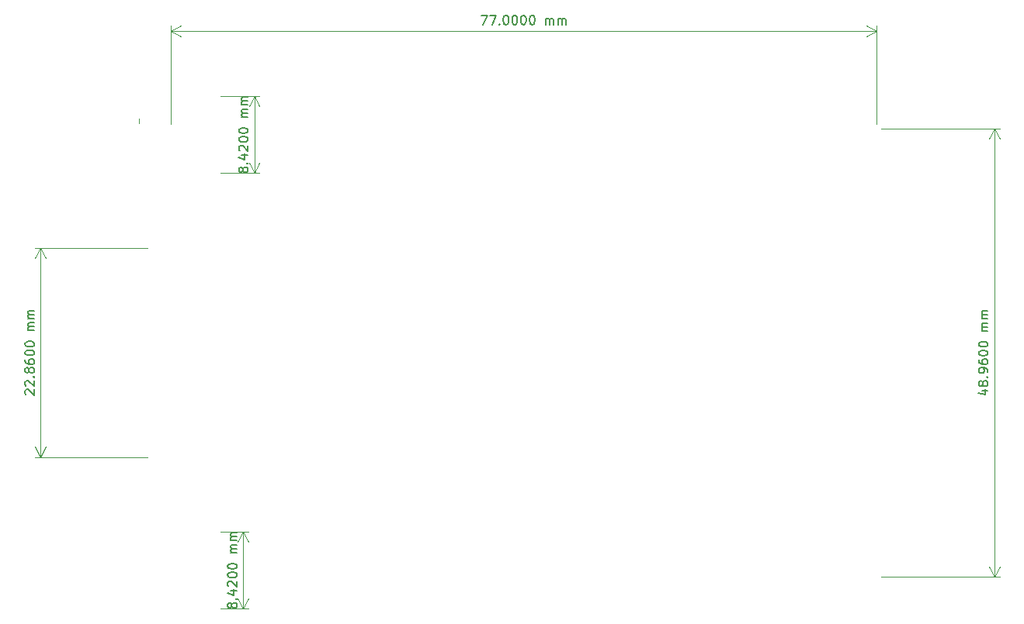
<source format=gbr>
G04 #@! TF.GenerationSoftware,KiCad,Pcbnew,7.0.9*
G04 #@! TF.CreationDate,2024-09-19T22:53:54+02:00*
G04 #@! TF.ProjectId,hpdl_1414_pmod,6870646c-5f31-4343-9134-5f706d6f642e,rev?*
G04 #@! TF.SameCoordinates,Original*
G04 #@! TF.FileFunction,OtherDrawing,Comment*
%FSLAX46Y46*%
G04 Gerber Fmt 4.6, Leading zero omitted, Abs format (unit mm)*
G04 Created by KiCad (PCBNEW 7.0.9) date 2024-09-19 22:53:54*
%MOMM*%
%LPD*%
G01*
G04 APERTURE LIST*
%ADD10C,0.100000*%
%ADD11C,0.150000*%
G04 APERTURE END LIST*
D10*
X100000000Y-47000000D02*
X100000000Y-46500000D01*
D11*
X87700057Y-76619046D02*
X87652438Y-76571427D01*
X87652438Y-76571427D02*
X87604819Y-76476189D01*
X87604819Y-76476189D02*
X87604819Y-76238094D01*
X87604819Y-76238094D02*
X87652438Y-76142856D01*
X87652438Y-76142856D02*
X87700057Y-76095237D01*
X87700057Y-76095237D02*
X87795295Y-76047618D01*
X87795295Y-76047618D02*
X87890533Y-76047618D01*
X87890533Y-76047618D02*
X88033390Y-76095237D01*
X88033390Y-76095237D02*
X88604819Y-76666665D01*
X88604819Y-76666665D02*
X88604819Y-76047618D01*
X87700057Y-75666665D02*
X87652438Y-75619046D01*
X87652438Y-75619046D02*
X87604819Y-75523808D01*
X87604819Y-75523808D02*
X87604819Y-75285713D01*
X87604819Y-75285713D02*
X87652438Y-75190475D01*
X87652438Y-75190475D02*
X87700057Y-75142856D01*
X87700057Y-75142856D02*
X87795295Y-75095237D01*
X87795295Y-75095237D02*
X87890533Y-75095237D01*
X87890533Y-75095237D02*
X88033390Y-75142856D01*
X88033390Y-75142856D02*
X88604819Y-75714284D01*
X88604819Y-75714284D02*
X88604819Y-75095237D01*
X88509580Y-74666665D02*
X88557200Y-74619046D01*
X88557200Y-74619046D02*
X88604819Y-74666665D01*
X88604819Y-74666665D02*
X88557200Y-74714284D01*
X88557200Y-74714284D02*
X88509580Y-74666665D01*
X88509580Y-74666665D02*
X88604819Y-74666665D01*
X88033390Y-74047618D02*
X87985771Y-74142856D01*
X87985771Y-74142856D02*
X87938152Y-74190475D01*
X87938152Y-74190475D02*
X87842914Y-74238094D01*
X87842914Y-74238094D02*
X87795295Y-74238094D01*
X87795295Y-74238094D02*
X87700057Y-74190475D01*
X87700057Y-74190475D02*
X87652438Y-74142856D01*
X87652438Y-74142856D02*
X87604819Y-74047618D01*
X87604819Y-74047618D02*
X87604819Y-73857142D01*
X87604819Y-73857142D02*
X87652438Y-73761904D01*
X87652438Y-73761904D02*
X87700057Y-73714285D01*
X87700057Y-73714285D02*
X87795295Y-73666666D01*
X87795295Y-73666666D02*
X87842914Y-73666666D01*
X87842914Y-73666666D02*
X87938152Y-73714285D01*
X87938152Y-73714285D02*
X87985771Y-73761904D01*
X87985771Y-73761904D02*
X88033390Y-73857142D01*
X88033390Y-73857142D02*
X88033390Y-74047618D01*
X88033390Y-74047618D02*
X88081009Y-74142856D01*
X88081009Y-74142856D02*
X88128628Y-74190475D01*
X88128628Y-74190475D02*
X88223866Y-74238094D01*
X88223866Y-74238094D02*
X88414342Y-74238094D01*
X88414342Y-74238094D02*
X88509580Y-74190475D01*
X88509580Y-74190475D02*
X88557200Y-74142856D01*
X88557200Y-74142856D02*
X88604819Y-74047618D01*
X88604819Y-74047618D02*
X88604819Y-73857142D01*
X88604819Y-73857142D02*
X88557200Y-73761904D01*
X88557200Y-73761904D02*
X88509580Y-73714285D01*
X88509580Y-73714285D02*
X88414342Y-73666666D01*
X88414342Y-73666666D02*
X88223866Y-73666666D01*
X88223866Y-73666666D02*
X88128628Y-73714285D01*
X88128628Y-73714285D02*
X88081009Y-73761904D01*
X88081009Y-73761904D02*
X88033390Y-73857142D01*
X87604819Y-72809523D02*
X87604819Y-72999999D01*
X87604819Y-72999999D02*
X87652438Y-73095237D01*
X87652438Y-73095237D02*
X87700057Y-73142856D01*
X87700057Y-73142856D02*
X87842914Y-73238094D01*
X87842914Y-73238094D02*
X88033390Y-73285713D01*
X88033390Y-73285713D02*
X88414342Y-73285713D01*
X88414342Y-73285713D02*
X88509580Y-73238094D01*
X88509580Y-73238094D02*
X88557200Y-73190475D01*
X88557200Y-73190475D02*
X88604819Y-73095237D01*
X88604819Y-73095237D02*
X88604819Y-72904761D01*
X88604819Y-72904761D02*
X88557200Y-72809523D01*
X88557200Y-72809523D02*
X88509580Y-72761904D01*
X88509580Y-72761904D02*
X88414342Y-72714285D01*
X88414342Y-72714285D02*
X88176247Y-72714285D01*
X88176247Y-72714285D02*
X88081009Y-72761904D01*
X88081009Y-72761904D02*
X88033390Y-72809523D01*
X88033390Y-72809523D02*
X87985771Y-72904761D01*
X87985771Y-72904761D02*
X87985771Y-73095237D01*
X87985771Y-73095237D02*
X88033390Y-73190475D01*
X88033390Y-73190475D02*
X88081009Y-73238094D01*
X88081009Y-73238094D02*
X88176247Y-73285713D01*
X87604819Y-72095237D02*
X87604819Y-71999999D01*
X87604819Y-71999999D02*
X87652438Y-71904761D01*
X87652438Y-71904761D02*
X87700057Y-71857142D01*
X87700057Y-71857142D02*
X87795295Y-71809523D01*
X87795295Y-71809523D02*
X87985771Y-71761904D01*
X87985771Y-71761904D02*
X88223866Y-71761904D01*
X88223866Y-71761904D02*
X88414342Y-71809523D01*
X88414342Y-71809523D02*
X88509580Y-71857142D01*
X88509580Y-71857142D02*
X88557200Y-71904761D01*
X88557200Y-71904761D02*
X88604819Y-71999999D01*
X88604819Y-71999999D02*
X88604819Y-72095237D01*
X88604819Y-72095237D02*
X88557200Y-72190475D01*
X88557200Y-72190475D02*
X88509580Y-72238094D01*
X88509580Y-72238094D02*
X88414342Y-72285713D01*
X88414342Y-72285713D02*
X88223866Y-72333332D01*
X88223866Y-72333332D02*
X87985771Y-72333332D01*
X87985771Y-72333332D02*
X87795295Y-72285713D01*
X87795295Y-72285713D02*
X87700057Y-72238094D01*
X87700057Y-72238094D02*
X87652438Y-72190475D01*
X87652438Y-72190475D02*
X87604819Y-72095237D01*
X87604819Y-71142856D02*
X87604819Y-71047618D01*
X87604819Y-71047618D02*
X87652438Y-70952380D01*
X87652438Y-70952380D02*
X87700057Y-70904761D01*
X87700057Y-70904761D02*
X87795295Y-70857142D01*
X87795295Y-70857142D02*
X87985771Y-70809523D01*
X87985771Y-70809523D02*
X88223866Y-70809523D01*
X88223866Y-70809523D02*
X88414342Y-70857142D01*
X88414342Y-70857142D02*
X88509580Y-70904761D01*
X88509580Y-70904761D02*
X88557200Y-70952380D01*
X88557200Y-70952380D02*
X88604819Y-71047618D01*
X88604819Y-71047618D02*
X88604819Y-71142856D01*
X88604819Y-71142856D02*
X88557200Y-71238094D01*
X88557200Y-71238094D02*
X88509580Y-71285713D01*
X88509580Y-71285713D02*
X88414342Y-71333332D01*
X88414342Y-71333332D02*
X88223866Y-71380951D01*
X88223866Y-71380951D02*
X87985771Y-71380951D01*
X87985771Y-71380951D02*
X87795295Y-71333332D01*
X87795295Y-71333332D02*
X87700057Y-71285713D01*
X87700057Y-71285713D02*
X87652438Y-71238094D01*
X87652438Y-71238094D02*
X87604819Y-71142856D01*
X88604819Y-69619046D02*
X87938152Y-69619046D01*
X88033390Y-69619046D02*
X87985771Y-69571427D01*
X87985771Y-69571427D02*
X87938152Y-69476189D01*
X87938152Y-69476189D02*
X87938152Y-69333332D01*
X87938152Y-69333332D02*
X87985771Y-69238094D01*
X87985771Y-69238094D02*
X88081009Y-69190475D01*
X88081009Y-69190475D02*
X88604819Y-69190475D01*
X88081009Y-69190475D02*
X87985771Y-69142856D01*
X87985771Y-69142856D02*
X87938152Y-69047618D01*
X87938152Y-69047618D02*
X87938152Y-68904761D01*
X87938152Y-68904761D02*
X87985771Y-68809522D01*
X87985771Y-68809522D02*
X88081009Y-68761903D01*
X88081009Y-68761903D02*
X88604819Y-68761903D01*
X88604819Y-68285713D02*
X87938152Y-68285713D01*
X88033390Y-68285713D02*
X87985771Y-68238094D01*
X87985771Y-68238094D02*
X87938152Y-68142856D01*
X87938152Y-68142856D02*
X87938152Y-67999999D01*
X87938152Y-67999999D02*
X87985771Y-67904761D01*
X87985771Y-67904761D02*
X88081009Y-67857142D01*
X88081009Y-67857142D02*
X88604819Y-67857142D01*
X88081009Y-67857142D02*
X87985771Y-67809523D01*
X87985771Y-67809523D02*
X87938152Y-67714285D01*
X87938152Y-67714285D02*
X87938152Y-67571428D01*
X87938152Y-67571428D02*
X87985771Y-67476189D01*
X87985771Y-67476189D02*
X88081009Y-67428570D01*
X88081009Y-67428570D02*
X88604819Y-67428570D01*
D10*
X100990000Y-60570000D02*
X88713580Y-60570000D01*
X100990000Y-83430000D02*
X88713580Y-83430000D01*
X89300000Y-60570000D02*
X89300000Y-83430000D01*
X89300000Y-60570000D02*
X89300000Y-83430000D01*
X89300000Y-60570000D02*
X89886421Y-61696504D01*
X89300000Y-60570000D02*
X88713579Y-61696504D01*
X89300000Y-83430000D02*
X88713579Y-82303496D01*
X89300000Y-83430000D02*
X89886421Y-82303496D01*
D11*
X111333390Y-52162380D02*
X111285771Y-52257618D01*
X111285771Y-52257618D02*
X111238152Y-52305237D01*
X111238152Y-52305237D02*
X111142914Y-52352856D01*
X111142914Y-52352856D02*
X111095295Y-52352856D01*
X111095295Y-52352856D02*
X111000057Y-52305237D01*
X111000057Y-52305237D02*
X110952438Y-52257618D01*
X110952438Y-52257618D02*
X110904819Y-52162380D01*
X110904819Y-52162380D02*
X110904819Y-51971904D01*
X110904819Y-51971904D02*
X110952438Y-51876666D01*
X110952438Y-51876666D02*
X111000057Y-51829047D01*
X111000057Y-51829047D02*
X111095295Y-51781428D01*
X111095295Y-51781428D02*
X111142914Y-51781428D01*
X111142914Y-51781428D02*
X111238152Y-51829047D01*
X111238152Y-51829047D02*
X111285771Y-51876666D01*
X111285771Y-51876666D02*
X111333390Y-51971904D01*
X111333390Y-51971904D02*
X111333390Y-52162380D01*
X111333390Y-52162380D02*
X111381009Y-52257618D01*
X111381009Y-52257618D02*
X111428628Y-52305237D01*
X111428628Y-52305237D02*
X111523866Y-52352856D01*
X111523866Y-52352856D02*
X111714342Y-52352856D01*
X111714342Y-52352856D02*
X111809580Y-52305237D01*
X111809580Y-52305237D02*
X111857200Y-52257618D01*
X111857200Y-52257618D02*
X111904819Y-52162380D01*
X111904819Y-52162380D02*
X111904819Y-51971904D01*
X111904819Y-51971904D02*
X111857200Y-51876666D01*
X111857200Y-51876666D02*
X111809580Y-51829047D01*
X111809580Y-51829047D02*
X111714342Y-51781428D01*
X111714342Y-51781428D02*
X111523866Y-51781428D01*
X111523866Y-51781428D02*
X111428628Y-51829047D01*
X111428628Y-51829047D02*
X111381009Y-51876666D01*
X111381009Y-51876666D02*
X111333390Y-51971904D01*
X111809580Y-51352856D02*
X111857200Y-51305237D01*
X111857200Y-51305237D02*
X111904819Y-51352856D01*
X111904819Y-51352856D02*
X111857200Y-51400475D01*
X111857200Y-51400475D02*
X111809580Y-51352856D01*
X111809580Y-51352856D02*
X111904819Y-51352856D01*
X111238152Y-50448095D02*
X111904819Y-50448095D01*
X110857200Y-50686190D02*
X111571485Y-50924285D01*
X111571485Y-50924285D02*
X111571485Y-50305238D01*
X111000057Y-49971904D02*
X110952438Y-49924285D01*
X110952438Y-49924285D02*
X110904819Y-49829047D01*
X110904819Y-49829047D02*
X110904819Y-49590952D01*
X110904819Y-49590952D02*
X110952438Y-49495714D01*
X110952438Y-49495714D02*
X111000057Y-49448095D01*
X111000057Y-49448095D02*
X111095295Y-49400476D01*
X111095295Y-49400476D02*
X111190533Y-49400476D01*
X111190533Y-49400476D02*
X111333390Y-49448095D01*
X111333390Y-49448095D02*
X111904819Y-50019523D01*
X111904819Y-50019523D02*
X111904819Y-49400476D01*
X110904819Y-48781428D02*
X110904819Y-48686190D01*
X110904819Y-48686190D02*
X110952438Y-48590952D01*
X110952438Y-48590952D02*
X111000057Y-48543333D01*
X111000057Y-48543333D02*
X111095295Y-48495714D01*
X111095295Y-48495714D02*
X111285771Y-48448095D01*
X111285771Y-48448095D02*
X111523866Y-48448095D01*
X111523866Y-48448095D02*
X111714342Y-48495714D01*
X111714342Y-48495714D02*
X111809580Y-48543333D01*
X111809580Y-48543333D02*
X111857200Y-48590952D01*
X111857200Y-48590952D02*
X111904819Y-48686190D01*
X111904819Y-48686190D02*
X111904819Y-48781428D01*
X111904819Y-48781428D02*
X111857200Y-48876666D01*
X111857200Y-48876666D02*
X111809580Y-48924285D01*
X111809580Y-48924285D02*
X111714342Y-48971904D01*
X111714342Y-48971904D02*
X111523866Y-49019523D01*
X111523866Y-49019523D02*
X111285771Y-49019523D01*
X111285771Y-49019523D02*
X111095295Y-48971904D01*
X111095295Y-48971904D02*
X111000057Y-48924285D01*
X111000057Y-48924285D02*
X110952438Y-48876666D01*
X110952438Y-48876666D02*
X110904819Y-48781428D01*
X110904819Y-47829047D02*
X110904819Y-47733809D01*
X110904819Y-47733809D02*
X110952438Y-47638571D01*
X110952438Y-47638571D02*
X111000057Y-47590952D01*
X111000057Y-47590952D02*
X111095295Y-47543333D01*
X111095295Y-47543333D02*
X111285771Y-47495714D01*
X111285771Y-47495714D02*
X111523866Y-47495714D01*
X111523866Y-47495714D02*
X111714342Y-47543333D01*
X111714342Y-47543333D02*
X111809580Y-47590952D01*
X111809580Y-47590952D02*
X111857200Y-47638571D01*
X111857200Y-47638571D02*
X111904819Y-47733809D01*
X111904819Y-47733809D02*
X111904819Y-47829047D01*
X111904819Y-47829047D02*
X111857200Y-47924285D01*
X111857200Y-47924285D02*
X111809580Y-47971904D01*
X111809580Y-47971904D02*
X111714342Y-48019523D01*
X111714342Y-48019523D02*
X111523866Y-48067142D01*
X111523866Y-48067142D02*
X111285771Y-48067142D01*
X111285771Y-48067142D02*
X111095295Y-48019523D01*
X111095295Y-48019523D02*
X111000057Y-47971904D01*
X111000057Y-47971904D02*
X110952438Y-47924285D01*
X110952438Y-47924285D02*
X110904819Y-47829047D01*
X111904819Y-46305237D02*
X111238152Y-46305237D01*
X111333390Y-46305237D02*
X111285771Y-46257618D01*
X111285771Y-46257618D02*
X111238152Y-46162380D01*
X111238152Y-46162380D02*
X111238152Y-46019523D01*
X111238152Y-46019523D02*
X111285771Y-45924285D01*
X111285771Y-45924285D02*
X111381009Y-45876666D01*
X111381009Y-45876666D02*
X111904819Y-45876666D01*
X111381009Y-45876666D02*
X111285771Y-45829047D01*
X111285771Y-45829047D02*
X111238152Y-45733809D01*
X111238152Y-45733809D02*
X111238152Y-45590952D01*
X111238152Y-45590952D02*
X111285771Y-45495713D01*
X111285771Y-45495713D02*
X111381009Y-45448094D01*
X111381009Y-45448094D02*
X111904819Y-45448094D01*
X111904819Y-44971904D02*
X111238152Y-44971904D01*
X111333390Y-44971904D02*
X111285771Y-44924285D01*
X111285771Y-44924285D02*
X111238152Y-44829047D01*
X111238152Y-44829047D02*
X111238152Y-44686190D01*
X111238152Y-44686190D02*
X111285771Y-44590952D01*
X111285771Y-44590952D02*
X111381009Y-44543333D01*
X111381009Y-44543333D02*
X111904819Y-44543333D01*
X111381009Y-44543333D02*
X111285771Y-44495714D01*
X111285771Y-44495714D02*
X111238152Y-44400476D01*
X111238152Y-44400476D02*
X111238152Y-44257619D01*
X111238152Y-44257619D02*
X111285771Y-44162380D01*
X111285771Y-44162380D02*
X111381009Y-44114761D01*
X111381009Y-44114761D02*
X111904819Y-44114761D01*
D10*
X108900000Y-52420000D02*
X113186420Y-52420000D01*
X108900000Y-44000000D02*
X113186420Y-44000000D01*
X112600000Y-52420000D02*
X112600000Y-44000000D01*
X112600000Y-52420000D02*
X112600000Y-44000000D01*
X112600000Y-52420000D02*
X112013579Y-51293496D01*
X112600000Y-52420000D02*
X113186421Y-51293496D01*
X112600000Y-44000000D02*
X113186421Y-45126504D01*
X112600000Y-44000000D02*
X112013579Y-45126504D01*
D11*
X110133390Y-99742380D02*
X110085771Y-99837618D01*
X110085771Y-99837618D02*
X110038152Y-99885237D01*
X110038152Y-99885237D02*
X109942914Y-99932856D01*
X109942914Y-99932856D02*
X109895295Y-99932856D01*
X109895295Y-99932856D02*
X109800057Y-99885237D01*
X109800057Y-99885237D02*
X109752438Y-99837618D01*
X109752438Y-99837618D02*
X109704819Y-99742380D01*
X109704819Y-99742380D02*
X109704819Y-99551904D01*
X109704819Y-99551904D02*
X109752438Y-99456666D01*
X109752438Y-99456666D02*
X109800057Y-99409047D01*
X109800057Y-99409047D02*
X109895295Y-99361428D01*
X109895295Y-99361428D02*
X109942914Y-99361428D01*
X109942914Y-99361428D02*
X110038152Y-99409047D01*
X110038152Y-99409047D02*
X110085771Y-99456666D01*
X110085771Y-99456666D02*
X110133390Y-99551904D01*
X110133390Y-99551904D02*
X110133390Y-99742380D01*
X110133390Y-99742380D02*
X110181009Y-99837618D01*
X110181009Y-99837618D02*
X110228628Y-99885237D01*
X110228628Y-99885237D02*
X110323866Y-99932856D01*
X110323866Y-99932856D02*
X110514342Y-99932856D01*
X110514342Y-99932856D02*
X110609580Y-99885237D01*
X110609580Y-99885237D02*
X110657200Y-99837618D01*
X110657200Y-99837618D02*
X110704819Y-99742380D01*
X110704819Y-99742380D02*
X110704819Y-99551904D01*
X110704819Y-99551904D02*
X110657200Y-99456666D01*
X110657200Y-99456666D02*
X110609580Y-99409047D01*
X110609580Y-99409047D02*
X110514342Y-99361428D01*
X110514342Y-99361428D02*
X110323866Y-99361428D01*
X110323866Y-99361428D02*
X110228628Y-99409047D01*
X110228628Y-99409047D02*
X110181009Y-99456666D01*
X110181009Y-99456666D02*
X110133390Y-99551904D01*
X110609580Y-98932856D02*
X110657200Y-98885237D01*
X110657200Y-98885237D02*
X110704819Y-98932856D01*
X110704819Y-98932856D02*
X110657200Y-98980475D01*
X110657200Y-98980475D02*
X110609580Y-98932856D01*
X110609580Y-98932856D02*
X110704819Y-98932856D01*
X110038152Y-98028095D02*
X110704819Y-98028095D01*
X109657200Y-98266190D02*
X110371485Y-98504285D01*
X110371485Y-98504285D02*
X110371485Y-97885238D01*
X109800057Y-97551904D02*
X109752438Y-97504285D01*
X109752438Y-97504285D02*
X109704819Y-97409047D01*
X109704819Y-97409047D02*
X109704819Y-97170952D01*
X109704819Y-97170952D02*
X109752438Y-97075714D01*
X109752438Y-97075714D02*
X109800057Y-97028095D01*
X109800057Y-97028095D02*
X109895295Y-96980476D01*
X109895295Y-96980476D02*
X109990533Y-96980476D01*
X109990533Y-96980476D02*
X110133390Y-97028095D01*
X110133390Y-97028095D02*
X110704819Y-97599523D01*
X110704819Y-97599523D02*
X110704819Y-96980476D01*
X109704819Y-96361428D02*
X109704819Y-96266190D01*
X109704819Y-96266190D02*
X109752438Y-96170952D01*
X109752438Y-96170952D02*
X109800057Y-96123333D01*
X109800057Y-96123333D02*
X109895295Y-96075714D01*
X109895295Y-96075714D02*
X110085771Y-96028095D01*
X110085771Y-96028095D02*
X110323866Y-96028095D01*
X110323866Y-96028095D02*
X110514342Y-96075714D01*
X110514342Y-96075714D02*
X110609580Y-96123333D01*
X110609580Y-96123333D02*
X110657200Y-96170952D01*
X110657200Y-96170952D02*
X110704819Y-96266190D01*
X110704819Y-96266190D02*
X110704819Y-96361428D01*
X110704819Y-96361428D02*
X110657200Y-96456666D01*
X110657200Y-96456666D02*
X110609580Y-96504285D01*
X110609580Y-96504285D02*
X110514342Y-96551904D01*
X110514342Y-96551904D02*
X110323866Y-96599523D01*
X110323866Y-96599523D02*
X110085771Y-96599523D01*
X110085771Y-96599523D02*
X109895295Y-96551904D01*
X109895295Y-96551904D02*
X109800057Y-96504285D01*
X109800057Y-96504285D02*
X109752438Y-96456666D01*
X109752438Y-96456666D02*
X109704819Y-96361428D01*
X109704819Y-95409047D02*
X109704819Y-95313809D01*
X109704819Y-95313809D02*
X109752438Y-95218571D01*
X109752438Y-95218571D02*
X109800057Y-95170952D01*
X109800057Y-95170952D02*
X109895295Y-95123333D01*
X109895295Y-95123333D02*
X110085771Y-95075714D01*
X110085771Y-95075714D02*
X110323866Y-95075714D01*
X110323866Y-95075714D02*
X110514342Y-95123333D01*
X110514342Y-95123333D02*
X110609580Y-95170952D01*
X110609580Y-95170952D02*
X110657200Y-95218571D01*
X110657200Y-95218571D02*
X110704819Y-95313809D01*
X110704819Y-95313809D02*
X110704819Y-95409047D01*
X110704819Y-95409047D02*
X110657200Y-95504285D01*
X110657200Y-95504285D02*
X110609580Y-95551904D01*
X110609580Y-95551904D02*
X110514342Y-95599523D01*
X110514342Y-95599523D02*
X110323866Y-95647142D01*
X110323866Y-95647142D02*
X110085771Y-95647142D01*
X110085771Y-95647142D02*
X109895295Y-95599523D01*
X109895295Y-95599523D02*
X109800057Y-95551904D01*
X109800057Y-95551904D02*
X109752438Y-95504285D01*
X109752438Y-95504285D02*
X109704819Y-95409047D01*
X110704819Y-93885237D02*
X110038152Y-93885237D01*
X110133390Y-93885237D02*
X110085771Y-93837618D01*
X110085771Y-93837618D02*
X110038152Y-93742380D01*
X110038152Y-93742380D02*
X110038152Y-93599523D01*
X110038152Y-93599523D02*
X110085771Y-93504285D01*
X110085771Y-93504285D02*
X110181009Y-93456666D01*
X110181009Y-93456666D02*
X110704819Y-93456666D01*
X110181009Y-93456666D02*
X110085771Y-93409047D01*
X110085771Y-93409047D02*
X110038152Y-93313809D01*
X110038152Y-93313809D02*
X110038152Y-93170952D01*
X110038152Y-93170952D02*
X110085771Y-93075713D01*
X110085771Y-93075713D02*
X110181009Y-93028094D01*
X110181009Y-93028094D02*
X110704819Y-93028094D01*
X110704819Y-92551904D02*
X110038152Y-92551904D01*
X110133390Y-92551904D02*
X110085771Y-92504285D01*
X110085771Y-92504285D02*
X110038152Y-92409047D01*
X110038152Y-92409047D02*
X110038152Y-92266190D01*
X110038152Y-92266190D02*
X110085771Y-92170952D01*
X110085771Y-92170952D02*
X110181009Y-92123333D01*
X110181009Y-92123333D02*
X110704819Y-92123333D01*
X110181009Y-92123333D02*
X110085771Y-92075714D01*
X110085771Y-92075714D02*
X110038152Y-91980476D01*
X110038152Y-91980476D02*
X110038152Y-91837619D01*
X110038152Y-91837619D02*
X110085771Y-91742380D01*
X110085771Y-91742380D02*
X110181009Y-91694761D01*
X110181009Y-91694761D02*
X110704819Y-91694761D01*
D10*
X108900000Y-91580000D02*
X111986420Y-91580000D01*
X108900000Y-100000000D02*
X111986420Y-100000000D01*
X111400000Y-91580000D02*
X111400000Y-100000000D01*
X111400000Y-91580000D02*
X111400000Y-100000000D01*
X111400000Y-91580000D02*
X111986421Y-92706504D01*
X111400000Y-91580000D02*
X110813579Y-92706504D01*
X111400000Y-100000000D02*
X110813579Y-98873496D01*
X111400000Y-100000000D02*
X111986421Y-98873496D01*
D11*
X137333334Y-35204819D02*
X138000000Y-35204819D01*
X138000000Y-35204819D02*
X137571429Y-36204819D01*
X138285715Y-35204819D02*
X138952381Y-35204819D01*
X138952381Y-35204819D02*
X138523810Y-36204819D01*
X139333334Y-36109580D02*
X139380953Y-36157200D01*
X139380953Y-36157200D02*
X139333334Y-36204819D01*
X139333334Y-36204819D02*
X139285715Y-36157200D01*
X139285715Y-36157200D02*
X139333334Y-36109580D01*
X139333334Y-36109580D02*
X139333334Y-36204819D01*
X140000000Y-35204819D02*
X140095238Y-35204819D01*
X140095238Y-35204819D02*
X140190476Y-35252438D01*
X140190476Y-35252438D02*
X140238095Y-35300057D01*
X140238095Y-35300057D02*
X140285714Y-35395295D01*
X140285714Y-35395295D02*
X140333333Y-35585771D01*
X140333333Y-35585771D02*
X140333333Y-35823866D01*
X140333333Y-35823866D02*
X140285714Y-36014342D01*
X140285714Y-36014342D02*
X140238095Y-36109580D01*
X140238095Y-36109580D02*
X140190476Y-36157200D01*
X140190476Y-36157200D02*
X140095238Y-36204819D01*
X140095238Y-36204819D02*
X140000000Y-36204819D01*
X140000000Y-36204819D02*
X139904762Y-36157200D01*
X139904762Y-36157200D02*
X139857143Y-36109580D01*
X139857143Y-36109580D02*
X139809524Y-36014342D01*
X139809524Y-36014342D02*
X139761905Y-35823866D01*
X139761905Y-35823866D02*
X139761905Y-35585771D01*
X139761905Y-35585771D02*
X139809524Y-35395295D01*
X139809524Y-35395295D02*
X139857143Y-35300057D01*
X139857143Y-35300057D02*
X139904762Y-35252438D01*
X139904762Y-35252438D02*
X140000000Y-35204819D01*
X140952381Y-35204819D02*
X141047619Y-35204819D01*
X141047619Y-35204819D02*
X141142857Y-35252438D01*
X141142857Y-35252438D02*
X141190476Y-35300057D01*
X141190476Y-35300057D02*
X141238095Y-35395295D01*
X141238095Y-35395295D02*
X141285714Y-35585771D01*
X141285714Y-35585771D02*
X141285714Y-35823866D01*
X141285714Y-35823866D02*
X141238095Y-36014342D01*
X141238095Y-36014342D02*
X141190476Y-36109580D01*
X141190476Y-36109580D02*
X141142857Y-36157200D01*
X141142857Y-36157200D02*
X141047619Y-36204819D01*
X141047619Y-36204819D02*
X140952381Y-36204819D01*
X140952381Y-36204819D02*
X140857143Y-36157200D01*
X140857143Y-36157200D02*
X140809524Y-36109580D01*
X140809524Y-36109580D02*
X140761905Y-36014342D01*
X140761905Y-36014342D02*
X140714286Y-35823866D01*
X140714286Y-35823866D02*
X140714286Y-35585771D01*
X140714286Y-35585771D02*
X140761905Y-35395295D01*
X140761905Y-35395295D02*
X140809524Y-35300057D01*
X140809524Y-35300057D02*
X140857143Y-35252438D01*
X140857143Y-35252438D02*
X140952381Y-35204819D01*
X141904762Y-35204819D02*
X142000000Y-35204819D01*
X142000000Y-35204819D02*
X142095238Y-35252438D01*
X142095238Y-35252438D02*
X142142857Y-35300057D01*
X142142857Y-35300057D02*
X142190476Y-35395295D01*
X142190476Y-35395295D02*
X142238095Y-35585771D01*
X142238095Y-35585771D02*
X142238095Y-35823866D01*
X142238095Y-35823866D02*
X142190476Y-36014342D01*
X142190476Y-36014342D02*
X142142857Y-36109580D01*
X142142857Y-36109580D02*
X142095238Y-36157200D01*
X142095238Y-36157200D02*
X142000000Y-36204819D01*
X142000000Y-36204819D02*
X141904762Y-36204819D01*
X141904762Y-36204819D02*
X141809524Y-36157200D01*
X141809524Y-36157200D02*
X141761905Y-36109580D01*
X141761905Y-36109580D02*
X141714286Y-36014342D01*
X141714286Y-36014342D02*
X141666667Y-35823866D01*
X141666667Y-35823866D02*
X141666667Y-35585771D01*
X141666667Y-35585771D02*
X141714286Y-35395295D01*
X141714286Y-35395295D02*
X141761905Y-35300057D01*
X141761905Y-35300057D02*
X141809524Y-35252438D01*
X141809524Y-35252438D02*
X141904762Y-35204819D01*
X142857143Y-35204819D02*
X142952381Y-35204819D01*
X142952381Y-35204819D02*
X143047619Y-35252438D01*
X143047619Y-35252438D02*
X143095238Y-35300057D01*
X143095238Y-35300057D02*
X143142857Y-35395295D01*
X143142857Y-35395295D02*
X143190476Y-35585771D01*
X143190476Y-35585771D02*
X143190476Y-35823866D01*
X143190476Y-35823866D02*
X143142857Y-36014342D01*
X143142857Y-36014342D02*
X143095238Y-36109580D01*
X143095238Y-36109580D02*
X143047619Y-36157200D01*
X143047619Y-36157200D02*
X142952381Y-36204819D01*
X142952381Y-36204819D02*
X142857143Y-36204819D01*
X142857143Y-36204819D02*
X142761905Y-36157200D01*
X142761905Y-36157200D02*
X142714286Y-36109580D01*
X142714286Y-36109580D02*
X142666667Y-36014342D01*
X142666667Y-36014342D02*
X142619048Y-35823866D01*
X142619048Y-35823866D02*
X142619048Y-35585771D01*
X142619048Y-35585771D02*
X142666667Y-35395295D01*
X142666667Y-35395295D02*
X142714286Y-35300057D01*
X142714286Y-35300057D02*
X142761905Y-35252438D01*
X142761905Y-35252438D02*
X142857143Y-35204819D01*
X144380953Y-36204819D02*
X144380953Y-35538152D01*
X144380953Y-35633390D02*
X144428572Y-35585771D01*
X144428572Y-35585771D02*
X144523810Y-35538152D01*
X144523810Y-35538152D02*
X144666667Y-35538152D01*
X144666667Y-35538152D02*
X144761905Y-35585771D01*
X144761905Y-35585771D02*
X144809524Y-35681009D01*
X144809524Y-35681009D02*
X144809524Y-36204819D01*
X144809524Y-35681009D02*
X144857143Y-35585771D01*
X144857143Y-35585771D02*
X144952381Y-35538152D01*
X144952381Y-35538152D02*
X145095238Y-35538152D01*
X145095238Y-35538152D02*
X145190477Y-35585771D01*
X145190477Y-35585771D02*
X145238096Y-35681009D01*
X145238096Y-35681009D02*
X145238096Y-36204819D01*
X145714286Y-36204819D02*
X145714286Y-35538152D01*
X145714286Y-35633390D02*
X145761905Y-35585771D01*
X145761905Y-35585771D02*
X145857143Y-35538152D01*
X145857143Y-35538152D02*
X146000000Y-35538152D01*
X146000000Y-35538152D02*
X146095238Y-35585771D01*
X146095238Y-35585771D02*
X146142857Y-35681009D01*
X146142857Y-35681009D02*
X146142857Y-36204819D01*
X146142857Y-35681009D02*
X146190476Y-35585771D01*
X146190476Y-35585771D02*
X146285714Y-35538152D01*
X146285714Y-35538152D02*
X146428571Y-35538152D01*
X146428571Y-35538152D02*
X146523810Y-35585771D01*
X146523810Y-35585771D02*
X146571429Y-35681009D01*
X146571429Y-35681009D02*
X146571429Y-36204819D01*
D10*
X103500000Y-47040000D02*
X103500000Y-36313580D01*
X180500000Y-47040000D02*
X180500000Y-36313580D01*
X103500000Y-36900000D02*
X180500000Y-36900000D01*
X103500000Y-36900000D02*
X180500000Y-36900000D01*
X103500000Y-36900000D02*
X104626504Y-36313579D01*
X103500000Y-36900000D02*
X104626504Y-37486421D01*
X180500000Y-36900000D02*
X179373496Y-37486421D01*
X180500000Y-36900000D02*
X179373496Y-36313579D01*
D11*
X191938152Y-76162856D02*
X192604819Y-76162856D01*
X191557200Y-76400951D02*
X192271485Y-76639046D01*
X192271485Y-76639046D02*
X192271485Y-76019999D01*
X192033390Y-75496189D02*
X191985771Y-75591427D01*
X191985771Y-75591427D02*
X191938152Y-75639046D01*
X191938152Y-75639046D02*
X191842914Y-75686665D01*
X191842914Y-75686665D02*
X191795295Y-75686665D01*
X191795295Y-75686665D02*
X191700057Y-75639046D01*
X191700057Y-75639046D02*
X191652438Y-75591427D01*
X191652438Y-75591427D02*
X191604819Y-75496189D01*
X191604819Y-75496189D02*
X191604819Y-75305713D01*
X191604819Y-75305713D02*
X191652438Y-75210475D01*
X191652438Y-75210475D02*
X191700057Y-75162856D01*
X191700057Y-75162856D02*
X191795295Y-75115237D01*
X191795295Y-75115237D02*
X191842914Y-75115237D01*
X191842914Y-75115237D02*
X191938152Y-75162856D01*
X191938152Y-75162856D02*
X191985771Y-75210475D01*
X191985771Y-75210475D02*
X192033390Y-75305713D01*
X192033390Y-75305713D02*
X192033390Y-75496189D01*
X192033390Y-75496189D02*
X192081009Y-75591427D01*
X192081009Y-75591427D02*
X192128628Y-75639046D01*
X192128628Y-75639046D02*
X192223866Y-75686665D01*
X192223866Y-75686665D02*
X192414342Y-75686665D01*
X192414342Y-75686665D02*
X192509580Y-75639046D01*
X192509580Y-75639046D02*
X192557200Y-75591427D01*
X192557200Y-75591427D02*
X192604819Y-75496189D01*
X192604819Y-75496189D02*
X192604819Y-75305713D01*
X192604819Y-75305713D02*
X192557200Y-75210475D01*
X192557200Y-75210475D02*
X192509580Y-75162856D01*
X192509580Y-75162856D02*
X192414342Y-75115237D01*
X192414342Y-75115237D02*
X192223866Y-75115237D01*
X192223866Y-75115237D02*
X192128628Y-75162856D01*
X192128628Y-75162856D02*
X192081009Y-75210475D01*
X192081009Y-75210475D02*
X192033390Y-75305713D01*
X192509580Y-74686665D02*
X192557200Y-74639046D01*
X192557200Y-74639046D02*
X192604819Y-74686665D01*
X192604819Y-74686665D02*
X192557200Y-74734284D01*
X192557200Y-74734284D02*
X192509580Y-74686665D01*
X192509580Y-74686665D02*
X192604819Y-74686665D01*
X192604819Y-74162856D02*
X192604819Y-73972380D01*
X192604819Y-73972380D02*
X192557200Y-73877142D01*
X192557200Y-73877142D02*
X192509580Y-73829523D01*
X192509580Y-73829523D02*
X192366723Y-73734285D01*
X192366723Y-73734285D02*
X192176247Y-73686666D01*
X192176247Y-73686666D02*
X191795295Y-73686666D01*
X191795295Y-73686666D02*
X191700057Y-73734285D01*
X191700057Y-73734285D02*
X191652438Y-73781904D01*
X191652438Y-73781904D02*
X191604819Y-73877142D01*
X191604819Y-73877142D02*
X191604819Y-74067618D01*
X191604819Y-74067618D02*
X191652438Y-74162856D01*
X191652438Y-74162856D02*
X191700057Y-74210475D01*
X191700057Y-74210475D02*
X191795295Y-74258094D01*
X191795295Y-74258094D02*
X192033390Y-74258094D01*
X192033390Y-74258094D02*
X192128628Y-74210475D01*
X192128628Y-74210475D02*
X192176247Y-74162856D01*
X192176247Y-74162856D02*
X192223866Y-74067618D01*
X192223866Y-74067618D02*
X192223866Y-73877142D01*
X192223866Y-73877142D02*
X192176247Y-73781904D01*
X192176247Y-73781904D02*
X192128628Y-73734285D01*
X192128628Y-73734285D02*
X192033390Y-73686666D01*
X191604819Y-72829523D02*
X191604819Y-73019999D01*
X191604819Y-73019999D02*
X191652438Y-73115237D01*
X191652438Y-73115237D02*
X191700057Y-73162856D01*
X191700057Y-73162856D02*
X191842914Y-73258094D01*
X191842914Y-73258094D02*
X192033390Y-73305713D01*
X192033390Y-73305713D02*
X192414342Y-73305713D01*
X192414342Y-73305713D02*
X192509580Y-73258094D01*
X192509580Y-73258094D02*
X192557200Y-73210475D01*
X192557200Y-73210475D02*
X192604819Y-73115237D01*
X192604819Y-73115237D02*
X192604819Y-72924761D01*
X192604819Y-72924761D02*
X192557200Y-72829523D01*
X192557200Y-72829523D02*
X192509580Y-72781904D01*
X192509580Y-72781904D02*
X192414342Y-72734285D01*
X192414342Y-72734285D02*
X192176247Y-72734285D01*
X192176247Y-72734285D02*
X192081009Y-72781904D01*
X192081009Y-72781904D02*
X192033390Y-72829523D01*
X192033390Y-72829523D02*
X191985771Y-72924761D01*
X191985771Y-72924761D02*
X191985771Y-73115237D01*
X191985771Y-73115237D02*
X192033390Y-73210475D01*
X192033390Y-73210475D02*
X192081009Y-73258094D01*
X192081009Y-73258094D02*
X192176247Y-73305713D01*
X191604819Y-72115237D02*
X191604819Y-72019999D01*
X191604819Y-72019999D02*
X191652438Y-71924761D01*
X191652438Y-71924761D02*
X191700057Y-71877142D01*
X191700057Y-71877142D02*
X191795295Y-71829523D01*
X191795295Y-71829523D02*
X191985771Y-71781904D01*
X191985771Y-71781904D02*
X192223866Y-71781904D01*
X192223866Y-71781904D02*
X192414342Y-71829523D01*
X192414342Y-71829523D02*
X192509580Y-71877142D01*
X192509580Y-71877142D02*
X192557200Y-71924761D01*
X192557200Y-71924761D02*
X192604819Y-72019999D01*
X192604819Y-72019999D02*
X192604819Y-72115237D01*
X192604819Y-72115237D02*
X192557200Y-72210475D01*
X192557200Y-72210475D02*
X192509580Y-72258094D01*
X192509580Y-72258094D02*
X192414342Y-72305713D01*
X192414342Y-72305713D02*
X192223866Y-72353332D01*
X192223866Y-72353332D02*
X191985771Y-72353332D01*
X191985771Y-72353332D02*
X191795295Y-72305713D01*
X191795295Y-72305713D02*
X191700057Y-72258094D01*
X191700057Y-72258094D02*
X191652438Y-72210475D01*
X191652438Y-72210475D02*
X191604819Y-72115237D01*
X191604819Y-71162856D02*
X191604819Y-71067618D01*
X191604819Y-71067618D02*
X191652438Y-70972380D01*
X191652438Y-70972380D02*
X191700057Y-70924761D01*
X191700057Y-70924761D02*
X191795295Y-70877142D01*
X191795295Y-70877142D02*
X191985771Y-70829523D01*
X191985771Y-70829523D02*
X192223866Y-70829523D01*
X192223866Y-70829523D02*
X192414342Y-70877142D01*
X192414342Y-70877142D02*
X192509580Y-70924761D01*
X192509580Y-70924761D02*
X192557200Y-70972380D01*
X192557200Y-70972380D02*
X192604819Y-71067618D01*
X192604819Y-71067618D02*
X192604819Y-71162856D01*
X192604819Y-71162856D02*
X192557200Y-71258094D01*
X192557200Y-71258094D02*
X192509580Y-71305713D01*
X192509580Y-71305713D02*
X192414342Y-71353332D01*
X192414342Y-71353332D02*
X192223866Y-71400951D01*
X192223866Y-71400951D02*
X191985771Y-71400951D01*
X191985771Y-71400951D02*
X191795295Y-71353332D01*
X191795295Y-71353332D02*
X191700057Y-71305713D01*
X191700057Y-71305713D02*
X191652438Y-71258094D01*
X191652438Y-71258094D02*
X191604819Y-71162856D01*
X192604819Y-69639046D02*
X191938152Y-69639046D01*
X192033390Y-69639046D02*
X191985771Y-69591427D01*
X191985771Y-69591427D02*
X191938152Y-69496189D01*
X191938152Y-69496189D02*
X191938152Y-69353332D01*
X191938152Y-69353332D02*
X191985771Y-69258094D01*
X191985771Y-69258094D02*
X192081009Y-69210475D01*
X192081009Y-69210475D02*
X192604819Y-69210475D01*
X192081009Y-69210475D02*
X191985771Y-69162856D01*
X191985771Y-69162856D02*
X191938152Y-69067618D01*
X191938152Y-69067618D02*
X191938152Y-68924761D01*
X191938152Y-68924761D02*
X191985771Y-68829522D01*
X191985771Y-68829522D02*
X192081009Y-68781903D01*
X192081009Y-68781903D02*
X192604819Y-68781903D01*
X192604819Y-68305713D02*
X191938152Y-68305713D01*
X192033390Y-68305713D02*
X191985771Y-68258094D01*
X191985771Y-68258094D02*
X191938152Y-68162856D01*
X191938152Y-68162856D02*
X191938152Y-68019999D01*
X191938152Y-68019999D02*
X191985771Y-67924761D01*
X191985771Y-67924761D02*
X192081009Y-67877142D01*
X192081009Y-67877142D02*
X192604819Y-67877142D01*
X192081009Y-67877142D02*
X191985771Y-67829523D01*
X191985771Y-67829523D02*
X191938152Y-67734285D01*
X191938152Y-67734285D02*
X191938152Y-67591428D01*
X191938152Y-67591428D02*
X191985771Y-67496189D01*
X191985771Y-67496189D02*
X192081009Y-67448570D01*
X192081009Y-67448570D02*
X192604819Y-67448570D01*
D10*
X181000000Y-47540000D02*
X193886420Y-47540000D01*
X181000000Y-96500000D02*
X193886420Y-96500000D01*
X193300000Y-47540000D02*
X193300000Y-96500000D01*
X193300000Y-47540000D02*
X193300000Y-96500000D01*
X193300000Y-47540000D02*
X193886421Y-48666504D01*
X193300000Y-47540000D02*
X192713579Y-48666504D01*
X193300000Y-96500000D02*
X192713579Y-95373496D01*
X193300000Y-96500000D02*
X193886421Y-95373496D01*
M02*

</source>
